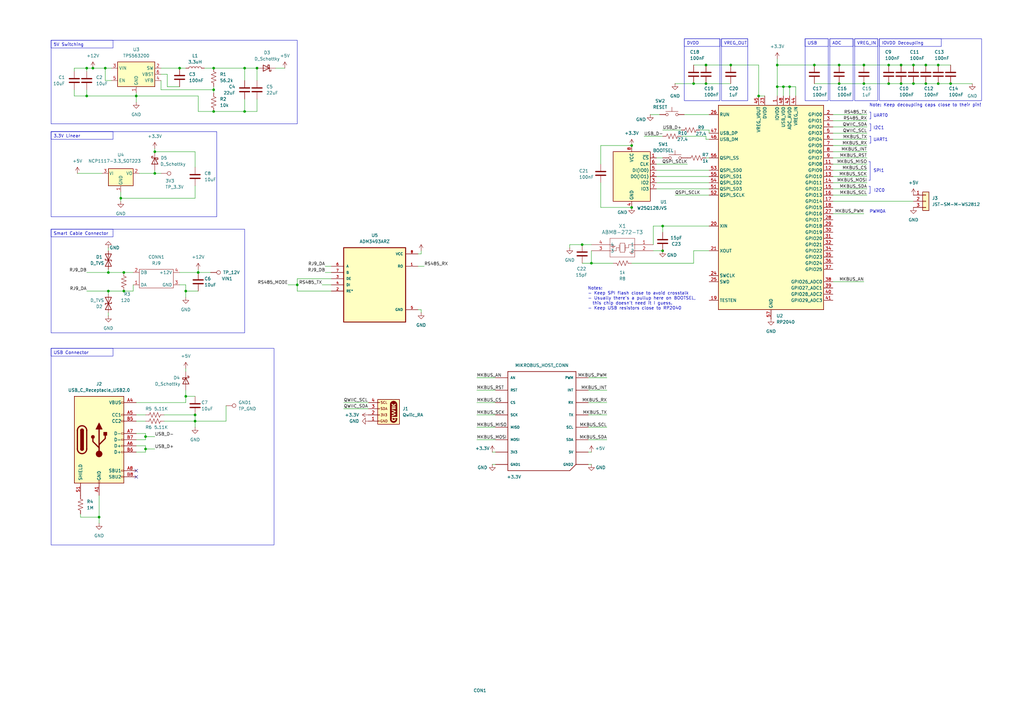
<source format=kicad_sch>
(kicad_sch (version 20231120) (generator "eeschema") (generator_version "8.0")
  (paper "A3")
  (junction (at 318.77 26.67))
  (junction (at 259.08 59.69))
  (junction (at 55.88 39.37))
  (junction (at 354.33 34.29))
  (junction (at 384.81 26.67))
  (junction (at 121.92 116.84))
  (junction (at 318.77 35.56))
  (junction (at 242.57 107.95))
  (junction (at 76.2 119.38))
  (junction (at 87.63 27.94))
  (junction (at 271.78 92.71))
  (junction (at 334.01 26.67))
  (junction (at 100.33 45.72))
  (junction (at 50.8 119.38))
  (junction (at 40.64 212.09))
  (junction (at 44.45 119.38))
  (junction (at 238.76 100.33))
  (junction (at 364.49 34.29))
  (junction (at 289.56 26.67))
  (junction (at 379.73 26.67))
  (junction (at 35.56 39.37))
  (junction (at 321.31 35.56))
  (junction (at 44.45 111.76))
  (junction (at 354.33 26.67))
  (junction (at 379.73 34.29))
  (junction (at 59.69 179.07))
  (junction (at 87.63 45.72))
  (junction (at 374.65 26.67))
  (junction (at 50.8 111.76))
  (junction (at 389.89 34.29))
  (junction (at 105.41 27.94))
  (junction (at 364.49 26.67))
  (junction (at 35.56 27.94))
  (junction (at 271.78 102.87))
  (junction (at 80.01 170.18))
  (junction (at 344.17 26.67))
  (junction (at 369.57 26.67))
  (junction (at 369.57 34.29))
  (junction (at 374.65 34.29))
  (junction (at 100.33 27.94))
  (junction (at 63.5 62.23))
  (junction (at 81.28 111.76))
  (junction (at 73.66 27.94))
  (junction (at 284.48 34.29))
  (junction (at 323.85 35.56))
  (junction (at 76.2 162.56))
  (junction (at 87.63 36.83))
  (junction (at 43.18 27.94))
  (junction (at 38.1 27.94))
  (junction (at 49.53 81.28))
  (junction (at 59.69 184.15))
  (junction (at 384.81 34.29))
  (junction (at 311.15 39.37))
  (junction (at 289.56 34.29))
  (junction (at 259.08 85.09))
  (junction (at 299.72 26.67))
  (junction (at 63.5 71.12))
  (junction (at 80.01 172.72))
  (junction (at 344.17 34.29))
  (no_connect (at 55.88 193.04))
  (no_connect (at 55.88 195.58))
  (polyline (pts (xy 356.362 66.294) (xy 356.87 66.294)))
  (wire (pts (xy 59.69 179.07) (xy 59.69 180.34)))
  (wire (pts (xy 318.77 24.13) (xy 318.77 26.67)))
  (wire (pts (xy 59.69 184.15) (xy 59.69 185.42)))
  (wire (pts (xy 246.38 85.09) (xy 259.08 85.09)))
  (wire (pts (xy 172.72 128.27) (xy 172.72 127)))
  (wire (pts (xy 87.63 36.83) (xy 66.04 36.83)))
  (wire (pts (xy 80.01 68.58) (xy 80.01 62.23)))
  (wire (pts (xy 321.31 35.56) (xy 318.77 35.56)))
  (wire (pts (xy 289.56 26.67) (xy 284.48 26.67)))
  (wire (pts (xy 44.45 110.49) (xy 44.45 111.76)))
  (wire (pts (xy 44.45 101.6) (xy 44.45 102.87)))
  (wire (pts (xy 49.53 81.28) (xy 80.01 81.28)))
  (wire (pts (xy 269.24 69.85) (xy 290.83 69.85)))
  (wire (pts (xy 118.11 116.84) (xy 121.92 116.84)))
  (wire (pts (xy 45.72 33.02) (xy 43.18 33.02)))
  (wire (pts (xy 57.15 71.12) (xy 63.5 71.12)))
  (wire (pts (xy 341.63 77.47) (xy 355.6 77.47)))
  (wire (pts (xy 55.88 177.8) (xy 59.69 177.8)))
  (wire (pts (xy 284.48 102.87) (xy 290.83 102.87)))
  (wire (pts (xy 290.83 92.71) (xy 271.78 92.71)))
  (wire (pts (xy 30.48 27.94) (xy 35.56 27.94)))
  (wire (pts (xy 341.63 74.93) (xy 355.6 74.93)))
  (wire (pts (xy 341.63 64.77) (xy 355.6 64.77)))
  (wire (pts (xy 364.49 34.29) (xy 369.57 34.29)))
  (wire (pts (xy 341.63 49.53) (xy 355.6 49.53)))
  (wire (pts (xy 271.78 92.71) (xy 267.97 92.71)))
  (wire (pts (xy 354.33 26.67) (xy 364.49 26.67)))
  (wire (pts (xy 133.35 109.22) (xy 135.89 109.22)))
  (wire (pts (xy 76.2 121.92) (xy 76.2 119.38)))
  (wire (pts (xy 241.3 165.1) (xy 248.92 165.1)))
  (wire (pts (xy 241.3 190.5) (xy 242.57 190.5)))
  (wire (pts (xy 326.39 39.37) (xy 326.39 35.56)))
  (polyline (pts (xy 356.616 58.674) (xy 357.124 58.674)))
  (wire (pts (xy 80.01 81.28) (xy 80.01 76.2)))
  (polyline (pts (xy 356.362 76.454) (xy 356.87 76.454)))
  (wire (pts (xy 264.16 55.88) (xy 271.78 55.88)))
  (wire (pts (xy 379.73 34.29) (xy 384.81 34.29)))
  (wire (pts (xy 195.58 175.26) (xy 203.2 175.26)))
  (wire (pts (xy 76.2 116.84) (xy 76.2 119.38)))
  (wire (pts (xy 344.17 34.29) (xy 354.33 34.29)))
  (wire (pts (xy 271.78 92.71) (xy 271.78 95.25)))
  (wire (pts (xy 76.2 151.13) (xy 76.2 152.4)))
  (wire (pts (xy 59.69 179.07) (xy 63.5 179.07)))
  (wire (pts (xy 341.63 72.39) (xy 355.6 72.39)))
  (wire (pts (xy 374.65 26.67) (xy 379.73 26.67)))
  (wire (pts (xy 44.45 119.38) (xy 50.8 119.38)))
  (wire (pts (xy 59.69 184.15) (xy 63.5 184.15)))
  (wire (pts (xy 76.2 160.02) (xy 76.2 162.56)))
  (wire (pts (xy 63.5 60.96) (xy 63.5 62.23)))
  (wire (pts (xy 81.28 45.72) (xy 87.63 45.72)))
  (polyline (pts (xy 356.87 66.294) (xy 356.87 73.914)))
  (wire (pts (xy 299.72 26.67) (xy 311.15 26.67)))
  (wire (pts (xy 33.02 212.09) (xy 40.64 212.09)))
  (wire (pts (xy 195.58 170.18) (xy 203.2 170.18)))
  (wire (pts (xy 195.58 165.1) (xy 203.2 165.1)))
  (wire (pts (xy 284.48 34.29) (xy 289.56 34.29)))
  (wire (pts (xy 66.04 27.94) (xy 73.66 27.94)))
  (wire (pts (xy 40.64 203.2) (xy 40.64 212.09)))
  (wire (pts (xy 171.45 109.22) (xy 173.99 109.22)))
  (wire (pts (xy 172.72 127) (xy 171.45 127)))
  (polyline (pts (xy 356.616 45.974) (xy 357.124 45.974)))
  (wire (pts (xy 67.31 172.72) (xy 80.01 172.72)))
  (polyline (pts (xy 356.616 48.768) (xy 357.124 48.768)))
  (wire (pts (xy 341.63 54.61) (xy 355.6 54.61)))
  (wire (pts (xy 87.63 35.56) (xy 87.63 36.83)))
  (wire (pts (xy 35.56 111.76) (xy 44.45 111.76)))
  (wire (pts (xy 87.63 27.94) (xy 100.33 27.94)))
  (polyline (pts (xy 356.616 55.88) (xy 357.124 55.88)))
  (wire (pts (xy 55.88 182.88) (xy 59.69 182.88)))
  (wire (pts (xy 49.53 78.74) (xy 49.53 81.28)))
  (wire (pts (xy 63.5 69.85) (xy 63.5 71.12)))
  (wire (pts (xy 246.38 59.69) (xy 246.38 67.31)))
  (wire (pts (xy 67.31 170.18) (xy 80.01 170.18)))
  (wire (pts (xy 63.5 71.12) (xy 66.04 71.12)))
  (wire (pts (xy 341.63 62.23) (xy 355.6 62.23)))
  (wire (pts (xy 80.01 172.72) (xy 80.01 175.26)))
  (wire (pts (xy 201.93 185.42) (xy 203.2 185.42)))
  (wire (pts (xy 311.15 39.37) (xy 311.15 26.67)))
  (wire (pts (xy 31.75 71.12) (xy 41.91 71.12)))
  (wire (pts (xy 233.68 100.33) (xy 238.76 100.33)))
  (wire (pts (xy 195.58 180.34) (xy 203.2 180.34)))
  (wire (pts (xy 73.66 116.84) (xy 76.2 116.84)))
  (wire (pts (xy 172.72 104.14) (xy 171.45 104.14)))
  (wire (pts (xy 66.04 30.48) (xy 68.58 30.48)))
  (wire (pts (xy 59.69 180.34) (xy 55.88 180.34)))
  (polyline (pts (xy 357.124 50.8) (xy 357.124 53.594)))
  (wire (pts (xy 43.18 33.02) (xy 43.18 27.94)))
  (wire (pts (xy 43.18 27.94) (xy 45.72 27.94)))
  (wire (pts (xy 271.78 53.34) (xy 279.4 53.34)))
  (wire (pts (xy 241.3 160.02) (xy 248.92 160.02)))
  (wire (pts (xy 341.63 80.01) (xy 355.6 80.01)))
  (wire (pts (xy 267.97 92.71) (xy 267.97 100.33)))
  (wire (pts (xy 35.56 39.37) (xy 55.88 39.37)))
  (wire (pts (xy 269.24 72.39) (xy 290.83 72.39)))
  (wire (pts (xy 81.28 110.49) (xy 81.28 111.76)))
  (wire (pts (xy 105.41 45.72) (xy 100.33 45.72)))
  (wire (pts (xy 76.2 27.94) (xy 73.66 27.94)))
  (wire (pts (xy 241.3 154.94) (xy 248.92 154.94)))
  (wire (pts (xy 284.48 107.95) (xy 284.48 102.87)))
  (wire (pts (xy 76.2 162.56) (xy 80.01 162.56)))
  (wire (pts (xy 55.88 41.91) (xy 55.88 39.37)))
  (wire (pts (xy 259.08 107.95) (xy 284.48 107.95)))
  (wire (pts (xy 289.56 55.88) (xy 279.4 55.88)))
  (wire (pts (xy 100.33 27.94) (xy 100.33 33.02)))
  (wire (pts (xy 341.63 52.07) (xy 355.6 52.07)))
  (wire (pts (xy 238.76 100.33) (xy 242.57 100.33)))
  (wire (pts (xy 241.3 185.42) (xy 242.57 185.42)))
  (wire (pts (xy 289.56 64.77) (xy 290.83 64.77)))
  (wire (pts (xy 341.63 46.99) (xy 355.6 46.99)))
  (wire (pts (xy 289.56 26.67) (xy 299.72 26.67)))
  (wire (pts (xy 44.45 111.76) (xy 50.8 111.76)))
  (wire (pts (xy 55.88 39.37) (xy 81.28 39.37)))
  (wire (pts (xy 30.48 27.94) (xy 30.48 29.21)))
  (wire (pts (xy 35.56 27.94) (xy 35.56 29.21)))
  (wire (pts (xy 290.83 57.15) (xy 289.56 57.15)))
  (wire (pts (xy 44.45 120.65) (xy 44.45 119.38)))
  (wire (pts (xy 140.97 165.1) (xy 151.13 165.1)))
  (wire (pts (xy 195.58 160.02) (xy 203.2 160.02)))
  (wire (pts (xy 133.35 111.76) (xy 135.89 111.76)))
  (wire (pts (xy 374.65 34.29) (xy 379.73 34.29)))
  (wire (pts (xy 334.01 34.29) (xy 344.17 34.29)))
  (wire (pts (xy 38.1 27.94) (xy 43.18 27.94)))
  (wire (pts (xy 369.57 26.67) (xy 374.65 26.67)))
  (wire (pts (xy 341.63 67.31) (xy 355.6 67.31)))
  (wire (pts (xy 389.89 34.29) (xy 398.78 34.29)))
  (wire (pts (xy 341.63 82.55) (xy 374.65 82.55)))
  (wire (pts (xy 318.77 26.67) (xy 334.01 26.67)))
  (polyline (pts (xy 356.616 53.594) (xy 357.124 53.594)))
  (wire (pts (xy 341.63 69.85) (xy 355.6 69.85)))
  (wire (pts (xy 195.58 154.94) (xy 203.2 154.94)))
  (wire (pts (xy 321.31 35.56) (xy 321.31 39.37)))
  (wire (pts (xy 341.63 115.57) (xy 354.33 115.57)))
  (polyline (pts (xy 357.124 55.88) (xy 357.124 58.674)))
  (wire (pts (xy 113.03 27.94) (xy 116.84 27.94)))
  (wire (pts (xy 269.24 67.31) (xy 281.94 67.31)))
  (wire (pts (xy 83.82 27.94) (xy 87.63 27.94)))
  (wire (pts (xy 121.92 116.84) (xy 121.92 119.38)))
  (wire (pts (xy 80.01 170.18) (xy 80.01 172.72)))
  (wire (pts (xy 135.89 114.3) (xy 121.92 114.3)))
  (polyline (pts (xy 356.87 76.454) (xy 356.87 79.248)))
  (wire (pts (xy 66.04 36.83) (xy 66.04 33.02)))
  (wire (pts (xy 280.67 46.99) (xy 290.83 46.99)))
  (wire (pts (xy 81.28 39.37) (xy 81.28 45.72)))
  (polyline (pts (xy 356.362 73.914) (xy 356.87 73.914)))
  (wire (pts (xy 92.71 166.37) (xy 92.71 172.72)))
  (wire (pts (xy 384.81 26.67) (xy 389.89 26.67)))
  (wire (pts (xy 59.69 182.88) (xy 59.69 184.15)))
  (wire (pts (xy 49.53 81.28) (xy 49.53 82.55)))
  (wire (pts (xy 55.88 165.1) (xy 76.2 165.1)))
  (wire (pts (xy 59.69 177.8) (xy 59.69 179.07)))
  (wire (pts (xy 59.69 185.42) (xy 55.88 185.42)))
  (wire (pts (xy 323.85 35.56) (xy 321.31 35.56)))
  (polyline (pts (xy 357.124 45.974) (xy 357.124 48.768)))
  (wire (pts (xy 290.83 54.61) (xy 290.83 53.34)))
  (wire (pts (xy 341.63 59.69) (xy 355.6 59.69)))
  (wire (pts (xy 132.08 116.84) (xy 135.89 116.84)))
  (wire (pts (xy 121.92 114.3) (xy 121.92 116.84)))
  (wire (pts (xy 44.45 129.54) (xy 44.45 128.27)))
  (wire (pts (xy 100.33 45.72) (xy 87.63 45.72)))
  (wire (pts (xy 201.93 190.5) (xy 203.2 190.5)))
  (wire (pts (xy 318.77 35.56) (xy 318.77 39.37)))
  (wire (pts (xy 354.33 34.29) (xy 364.49 34.29)))
  (wire (pts (xy 33.02 210.82) (xy 33.02 212.09)))
  (wire (pts (xy 364.49 26.67) (xy 369.57 26.67)))
  (wire (pts (xy 80.01 62.23) (xy 63.5 62.23)))
  (wire (pts (xy 55.88 38.1) (xy 55.88 39.37)))
  (wire (pts (xy 81.28 111.76) (xy 86.36 111.76)))
  (wire (pts (xy 242.57 107.95) (xy 251.46 107.95)))
  (wire (pts (xy 259.08 59.69) (xy 246.38 59.69)))
  (wire (pts (xy 379.73 26.67) (xy 384.81 26.67)))
  (polyline (pts (xy 356.616 50.8) (xy 357.124 50.8)))
  (wire (pts (xy 326.39 35.56) (xy 323.85 35.56)))
  (wire (pts (xy 140.97 167.64) (xy 151.13 167.64)))
  (wire (pts (xy 76.2 162.56) (xy 76.2 165.1)))
  (wire (pts (xy 242.57 102.87) (xy 242.57 107.95)))
  (wire (pts (xy 40.64 212.09) (xy 40.64 214.63)))
  (wire (pts (xy 30.48 39.37) (xy 35.56 39.37)))
  (wire (pts (xy 100.33 40.64) (xy 100.33 45.72)))
  (wire (pts (xy 266.7 46.99) (xy 270.51 46.99)))
  (wire (pts (xy 54.61 119.38) (xy 54.61 116.84)))
  (wire (pts (xy 341.63 87.63) (xy 354.33 87.63)))
  (wire (pts (xy 172.72 102.87) (xy 172.72 104.14)))
  (wire (pts (xy 68.58 30.48) (xy 68.58 35.56)))
  (wire (pts (xy 35.56 36.83) (xy 35.56 39.37)))
  (wire (pts (xy 276.86 34.29) (xy 284.48 34.29)))
  (wire (pts (xy 344.17 26.67) (xy 354.33 26.67)))
  (wire (pts (xy 30.48 36.83) (xy 30.48 39.37)))
  (wire (pts (xy 105.41 40.64) (xy 105.41 45.72)))
  (wire (pts (xy 289.56 34.29) (xy 299.72 34.29)))
  (wire (pts (xy 238.76 107.95) (xy 242.57 107.95)))
  (wire (pts (xy 384.81 34.29) (xy 389.89 34.29)))
  (wire (pts (xy 323.85 35.56) (xy 323.85 39.37)))
  (wire (pts (xy 92.71 172.72) (xy 80.01 172.72)))
  (wire (pts (xy 241.3 170.18) (xy 248.92 170.18)))
  (wire (pts (xy 269.24 74.93) (xy 290.83 74.93)))
  (wire (pts (xy 241.3 175.26) (xy 248.92 175.26)))
  (wire (pts (xy 50.8 111.76) (xy 54.61 111.76)))
  (wire (pts (xy 121.92 119.38) (xy 135.89 119.38)))
  (wire (pts (xy 105.41 27.94) (xy 105.41 33.02)))
  (wire (pts (xy 334.01 26.67) (xy 344.17 26.67)))
  (wire (pts (xy 276.86 80.01) (xy 290.83 80.01)))
  (wire (pts (xy 271.78 102.87) (xy 267.97 102.87)))
  (wire (pts (xy 68.58 35.56) (xy 73.66 35.56)))
  (wire (pts (xy 73.66 111.76) (xy 81.28 111.76)))
  (wire (pts (xy 55.88 172.72) (xy 59.69 172.72)))
  (wire (pts (xy 341.63 57.15) (xy 355.6 57.15)))
  (wire (pts (xy 241.3 180.34) (xy 248.92 180.34)))
  (wire (pts (xy 233.68 101.6) (xy 233.68 100.33)))
  (wire (pts (xy 81.28 119.38) (xy 76.2 119.38)))
  (wire (pts (xy 35.56 119.38) (xy 44.45 119.38)))
  (wire (pts (xy 35.56 27.94) (xy 38.1 27.94)))
  (wire (pts (xy 246.38 74.93) (xy 246.38 85.09)))
  (wire (pts (xy 269.24 64.77) (xy 271.78 64.77)))
  (wire (pts (xy 311.15 39.37) (xy 313.69 39.37)))
  (wire (pts (xy 55.88 170.18) (xy 59.69 170.18)))
  (wire (pts (xy 369.57 34.29) (xy 374.65 34.29)))
  (wire (pts (xy 100.33 27.94) (xy 105.41 27.94)))
  (wire (pts (xy 290.83 53.34) (xy 287.02 53.34)))
  (polyline (pts (xy 356.362 79.248) (xy 356.87 79.248)))
  (wire (pts (xy 289.56 57.15) (xy 289.56 55.88)))
  (wire (pts (xy 50.8 119.38) (xy 54.61 119.38)))
  (wire (pts (xy 318.77 26.67) (xy 318.77 35.56)))
  (wire (pts (xy 87.63 36.83) (xy 87.63 38.1)))
  (wire (pts (xy 269.24 77.47) (xy 290.83 77.47)))
  (rectangle (start 360.68 15.875) (end 402.59 41.275))
  (rectangle (start 20.955 93.98) (end 100.33 136.525))
  (rectangle (start 20.955 142.875) (end 112.395 223.52))
  (rectangle (start 280.67 15.875) (end 295.275 41.275))
  (rectangle (start 20.955 53.975) (end 88.9 88.9))
  (rectangle (start 350.52 15.875) (end 360.045 41.275))
  (rectangle (start 340.36 15.875) (end 349.885 41.275))
  (rectangle (start 295.91 15.875) (end 306.705 41.275))
  (rectangle (start 20.955 16.51) (end 121.92 50.8))
  (rectangle (start 330.2 15.875) (end 339.725 41.275))
  (text_box "5V Switching" (at 20.955 16.51 0) (size 25.4 3.175) (effects (font (size 1.27 1.27)) (justify left top)))
  (text_box "USB Connector" (at 20.955 142.875 0) (size 25.4 3.175) (effects (font (size 1.27 1.27)) (justify left top)))
  (text_box "3.3V Linear" (at 20.955 53.975 0) (size 25.4 3.175) (effects (font (size 1.27 1.27)) (justify left top)))
  (text_box "VREG_IN" (at 350.52 15.875 0) (size 9.525 3.175) (effects (font (size 1.27 1.27)) (justify left top)))
  (text_box "VREG_OUT" (at 295.91 15.875 0) (size 10.795 3.175) (effects (font (size 1.27 1.27)) (justify left top)))
  (text_box "IOVDD Decoupling" (at 360.68 15.875 0) (size 25.4 3.175) (effects (font (size 1.27 1.27)) (justify left top)))
  (text_box "USB" (at 330.2 15.875 0) (size 9.525 3.175) (effects (font (size 1.27 1.27)) (justify left top)))
  (text_box "Smart Cable Connector" (at 20.955 93.98 0) (size 25.4 3.175) (effects (font (size 1.27 1.27)) (justify left top)))
  (text_box "ADC" (at 340.36 15.875 0) (size 9.525 3.175) (effects (font (size 1.27 1.27)) (justify left top)))
  (text_box "DVDD" (at 280.67 15.875 0) (size 14.605 3.175) (effects (font (size 1.27 1.27)) (justify left top)))
  (text "I2C0" (at 360.68 78.232 0) (effects (font (size 1.27 1.27))))
  (text "I2C1" (at 360.426 52.578 0) (effects (font (size 1.27 1.27))))
  (text "SPI1" (at 360.426 70.104 0) (effects (font (size 1.27 1.27))))
  (text "Note: Keep decoupling caps close to their pin!" (at 379.476 43.18 0) (effects (font (size 1.27 1.27))))
  (text "PWM0A" (at 359.918 86.868 0) (effects (font (size 1.27 1.27))))
  (text "UART0" (at 361.188 47.498 0) (effects (font (size 1.27 1.27))))
  (text "Notes: \n- Keep SPI flash close to avoid crosstalk\n- Usually there's a pullup here on BOOTSEL,\n  this chip doesn't need it I guess.\n- Keep USB resistors close to RP2040" (at 241.046 122.428 0) (effects (font (size 1.27 1.27)) (justify left)))
  (text "UART1" (at 361.188 57.404 0) (effects (font (size 1.27 1.27))))
  (label "MKBUS_TX" (at 355.6 57.15 180))
  (label "USB_D-" (at 264.16 55.88 0))
  (label "RJ9_DA" (at 133.35 109.22 180))
  (label "MKBUS_SDA" (at 248.92 180.34 180))
  (label "RJ9_DB" (at 133.35 111.76 180))
  (label "MKBUS_RX" (at 355.6 59.69 180))
  (label "MKBUS_RST" (at 355.6 64.77 180))
  (label "QSPI_SCLK" (at 276.86 80.01 0))
  (label "RJ9_DB" (at 35.56 111.76 180))
  (label "MKBUS_MISO" (at 195.58 175.26 0))
  (label "MKBUS_RST" (at 195.58 160.02 0))
  (label "MKBUS_SCL" (at 248.92 175.26 180))
  (label "RJ9_DA" (at 35.56 119.38 180))
  (label "QWIIC_SCL" (at 355.6 54.61 180))
  (label "MKBUS_MOSI" (at 355.6 74.93 180))
  (label "USB_D+" (at 63.5 184.15 0))
  (label "MKBUS_SCL" (at 355.6 80.01 180))
  (label "RS485_TX" (at 132.08 116.84 180))
  (label "MKBUS_AN" (at 354.33 115.57 180))
  (label "USB_D-" (at 63.5 179.07 0))
  (label "RS485_TX" (at 355.6 46.99 180))
  (label "RS485_MODE" (at 118.11 116.84 180))
  (label "QWIIC_SDA" (at 140.97 167.64 0))
  (label "MKBUS_MISO" (at 355.6 67.31 180))
  (label "MKBUS_CS" (at 355.6 69.85 180))
  (label "RS485_RX" (at 355.6 49.53 180))
  (label "MKBUS_PWM" (at 248.92 154.94 180))
  (label "MKBUS_MOSI" (at 195.58 180.34 0))
  (label "MKBUS_SDA" (at 355.6 77.47 180))
  (label "QWIIC_SCL" (at 140.97 165.1 0))
  (label "RS485_RX" (at 173.99 109.22 0))
  (label "MKBUS_INT" (at 355.6 62.23 180))
  (label "MKBUS_RX" (at 248.92 165.1 180))
  (label "MKBUS_PWM" (at 354.33 87.63 180))
  (label "MKBUS_SCK" (at 355.6 72.39 180))
  (label "MKBUS_SCK" (at 195.58 170.18 0))
  (label "QWIIC_SDA" (at 355.6 52.07 180))
  (label "MKBUS_CS" (at 195.58 165.1 0))
  (label "QSPI_SCLK" (at 281.94 67.31 180))
  (label "MKBUS_INT" (at 248.92 160.02 180))
  (label "MKBUS_TX" (at 248.92 170.18 180))
  (label "USB_D+" (at 271.78 53.34 0))
  (label "MKBUS_AN" (at 195.58 154.94 0))
  (symbol (lib_name "+3.3V_2") (lib_id "power:+3.3V") (at 259.08 59.69 0) (unit 1)
    (property "Reference" "#PWR019" (effects (hide yes)))
    (property "Value" "+3.3V" (at 259.08 54.61 0))
    (property "Description" "Power symbol creates a global label with name \"+3.3V\"" (effects (hide yes)))
  )
  (symbol (lib_id "Device:D_Schottky") (at 63.5 66.04 90) (mirror x) (unit 1)
    (property "Reference" "D5" (at 68.58 64.77 90) (effects (justify left)))
    (property "Value" "D_Schottky" (at 76.2 67.31 90) (effects (justify left)))
    (property "Footprint" "Diode_SMD:D_SOD-323_HandSoldering" (effects (hide yes)))
  )
  (symbol (lib_id "Device:C") (at 73.66 31.75 0) (unit 1)
    (property "Reference" "C3" (at 77.47 30.4799 0) (effects (justify left)))
    (property "Value" "100nF" (at 77.47 33.0199 0) (effects (justify left)))
    (property "Footprint" "Capacitor_SMD:C_0603_1608Metric" (effects (hide yes)))
    (property "Description" "Unpolarized capacitor" (effects (hide yes)))
  )
  (symbol (lib_id "Connector:TestPoint") (at 86.36 111.76 270) (unit 1)
    (property "Reference" "VIN1" (at 90.9321 114.3 90) (effects (justify left)))
    (property "Value" "TP_12V" (at 91.44 111.76 90) (effects (justify left)))
    (property "Footprint" "TestPoint:TestPoint_Pad_D1.5mm" (effects (hide yes)))
  )
  (symbol (lib_id "power:GND") (at 259.08 85.09 0) (unit 1)
    (property "Reference" "#PWR018" (effects (hide yes)))
    (property "Value" "GND" (at 255.27 87.122 0))
    (property "Description" "Power symbol creates a global label with name \"GND\" , ground" (effects (hide yes)))
  )
  (symbol (lib_id "Device:C") (at 369.57 30.48 0) (unit 1)
    (property "Reference" "C10" (at 368.808 36.322 0) (effects (justify left)))
    (property "Value" "100nF" (at 368.808 38.862 0) (effects (justify left)))
    (property "Footprint" "Capacitor_SMD:C_0603_1608Metric" (effects (hide yes)))
    (property "Description" "Unpolarized capacitor" (effects (hide yes)))
  )
  (symbol (lib_name "+3.3V_3") (lib_id "power:+3.3V") (at 201.93 185.42 0) (unit 1)
    (property "Reference" "#PWR023" (effects (hide yes)))
    (property "Value" "+3.3V" (at 197.866 183.896 0))
    (property "Description" "Power symbol creates a global label with name \"+3.3V\"" (effects (hide yes)))
  )
  (symbol (lib_id "power:GND") (at 276.86 34.29 0) (unit 1)
    (property "Reference" "#PWR016" (effects (hide yes)))
    (property "Value" "GND" (at 276.86 39.37 0))
    (property "Description" "Power symbol creates a global label with name \"GND\" , ground" (effects (hide yes)))
  )
  (symbol (lib_id "Device:C") (at 81.28 115.57 0) (unit 1)
    (property "Reference" "C6" (at 83.82 114.3 0) (effects (justify left)))
    (property "Value" "10uF" (at 83.82 116.84 0) (effects (justify left)))
    (property "Footprint" "Capacitor_SMD:C_0603_1608Metric" (effects (hide yes)))
  )
  (symbol (lib_id "Device:C") (at 105.41 36.83 0) (unit 1)
    (property "Reference" "C5" (at 109.22 35.5599 0) (effects (justify left)))
    (property "Value" "22uF" (at 109.22 38.0999 0) (effects (justify left)))
    (property "Footprint" "Capacitor_SMD:C_0603_1608Metric" (effects (hide yes)))
    (property "Description" "Unpolarized capacitor" (effects (hide yes)))
  )
  (symbol (lib_id "Device:C") (at 354.33 30.48 0) (unit 1)
    (property "Reference" "C15" (at 353.568 36.322 0) (effects (justify left)))
    (property "Value" "1uF" (at 353.568 38.862 0) (effects (justify left)))
    (property "Footprint" "Capacitor_SMD:C_0603_1608Metric" (effects (hide yes)))
    (property "Description" "Unpolarized capacitor" (effects (hide yes)))
  )
  (symbol (lib_id "power:GND") (at 316.23 130.81 0) (unit 1)
    (property "Reference" "#PWR017" (effects (hide yes)))
    (property "Value" "GND" (at 316.23 135.89 0))
    (property "Description" "Power symbol creates a global label with name \"GND\" , ground" (effects (hide yes)))
  )
  (symbol (lib_id "Device:C") (at 238.76 104.14 0) (mirror y) (unit 1)
    (property "Reference" "C22" (at 238.506 110.236 0))
    (property "Value" "15pF" (at 238.506 112.776 0))
    (property "Footprint" "Capacitor_SMD:C_0603_1608Metric" (effects (hide yes)))
    (property "Description" "Unpolarized capacitor" (effects (hide yes)))
  )
  (symbol (lib_id "Switch:SW_Push") (at 276.86 64.77 0) (unit 1)
    (property "Reference" "SW1" (at 272.034 59.182 0))
    (property "Value" "BOOTSEL" (at 272.034 61.722 0))
    (property "Footprint" "Button_Switch_THT:SW_PUSH_6mm_H13mm" (effects (hide yes)))
    (property "Description" "Push button switch, generic, two pins" (effects (hide yes)))
  )
  (symbol (lib_id "Device:C") (at 334.01 30.48 0) (unit 1)
    (property "Reference" "C17" (at 333.248 36.322 0) (effects (justify left)))
    (property "Value" "100nF" (at 333.248 38.862 0) (effects (justify left)))
    (property "Footprint" "Capacitor_SMD:C_0603_1608Metric" (effects (hide yes)))
    (property "Description" "Unpolarized capacitor" (effects (hide yes)))
  )
  (symbol (lib_id "power:+5V") (at 116.84 27.94 0) (unit 1)
    (property "Reference" "#PWR03" (effects (hide yes)))
    (property "Value" "+5V" (at 116.84 22.86 0))
    (property "Description" "Power symbol creates a global label with name \"+5V\"" (effects (hide yes)))
  )
  (symbol (lib_id "Device:C") (at 299.72 30.48 0) (unit 1)
    (property "Reference" "C20" (at 298.958 36.322 0) (effects (justify left)))
    (property "Value" "1uF" (at 298.958 38.862 0) (effects (justify left)))
    (property "Footprint" "Capacitor_SMD:C_0603_1608Metric" (effects (hide yes)))
    (property "Description" "Unpolarized capacitor" (effects (hide yes)))
  )
  (symbol (lib_id "power:+5V") (at 242.57 185.42 0) (unit 1)
    (property "Reference" "#PWR026" (effects (hide yes)))
    (property "Value" "+5V" (at 246.126 183.896 0))
    (property "Description" "Power symbol creates a global label with name \"+5V\"" (effects (hide yes)))
  )
  (symbol (lib_id "power:GND") (at 49.53 82.55 0) (unit 1)
    (property "Reference" "#PWR013" (effects (hide yes)))
    (property "Value" "GND" (at 49.53 87.63 0))
    (property "Description" "Power symbol creates a global label with name \"GND\" , ground" (effects (hide yes)))
  )
  (symbol (lib_id "Device:C") (at 364.49 30.48 0) (unit 1)
    (property "Reference" "C9" (at 362.966 21.336 0) (effects (justify left)))
    (property "Value" "100nF" (at 362.966 23.876 0) (effects (justify left)))
    (property "Footprint" "Capacitor_SMD:C_0603_1608Metric" (effects (hide yes)))
    (property "Description" "Unpolarized capacitor" (effects (hide yes)))
  )
  (symbol (lib_id "Device:C") (at 384.81 30.48 0) (unit 1)
    (property "Reference" "C13" (at 383.286 21.336 0) (effects (justify left)))
    (property "Value" "100nF" (at 383.286 23.876 0) (effects (justify left)))
    (property "Footprint" "Capacitor_SMD:C_0603_1608Metric" (effects (hide yes)))
    (property "Description" "Unpolarized capacitor" (effects (hide yes)))
  )
  (symbol (lib_id "MCU_RaspberryPi:RP2040") (at 316.23 85.09 0) (unit 1)
    (property "Reference" "U2" (at 318.4241 129.54 0) (effects (justify left)))
    (property "Value" "RP2040" (at 318.4241 132.08 0) (effects (justify left)))
    (property "Footprint" "Package_DFN_QFN:QFN-56-1EP_7x7mm_P0.4mm_EP3.2x3.2mm" (effects (hide yes)))
    (property "Datasheet" "https://datasheets.raspberrypi.com/rp2040/rp2040-datasheet.pdf" (effects (hide yes)))
    (property "Description" "A microcontroller by Raspberry Pi" (effects (hide yes)))
  )
  (symbol (lib_id "Device:D_TVS") (at 44.45 106.68 90) (unit 1)
    (property "Reference" "D1" (at 39.37 105.41 90) (effects (justify right)))
    (property "Value" "D_TVS" (at 36.9756 107.95 90) (effects (justify right)))
    (property "Footprint" "Diode_SMD:D_SMA_Handsoldering" (effects (hide yes)))
  )
  (symbol (lib_id "Device:C") (at 344.17 30.48 0) (unit 1)
    (property "Reference" "C16" (at 343.408 36.322 0) (effects (justify left)))
    (property "Value" "100nF" (at 343.408 38.862 0) (effects (justify left)))
    (property "Footprint" "Capacitor_SMD:C_0603_1608Metric" (effects (hide yes)))
    (property "Description" "Unpolarized capacitor" (effects (hide yes)))
  )
  (symbol (lib_id "Regulator_Switching:TPS563200") (at 55.88 30.48 0) (unit 1)
    (property "Reference" "U3" (at 55.88 20.32 0))
    (property "Value" "TPS563200" (at 55.88 22.86 0))
    (property "Footprint" "Package_TO_SOT_SMD:SOT-23-6" (effects (hide yes)))
    (property "Datasheet" "http://www.ti.com/lit/ds/symlink/tps563200.pdf" (effects (hide yes)))
    (property "Description" "3A Synchronous Step-Down Voltage Regulator, Adjustable Output Voltage, 4.5-17V Input Voltage, SOT-23-6" (effects (hide yes)))
  )
  (symbol (lib_id "Device:R_US") (at 63.5 170.18 90) (unit 1)
    (property "Reference" "R5" (at 60.96 167.64 90))
    (property "Value" "5.11K" (at 66.04 167.64 90))
    (property "Footprint" "Resistor_SMD:R_0603_1608Metric" (effects (hide yes)))
  )
  (symbol (lib_id "Device:C") (at 389.89 30.48 0) (unit 1)
    (property "Reference" "C14" (at 389.128 36.322 0) (effects (justify left)))
    (property "Value" "100nF" (at 389.128 38.862 0) (effects (justify left)))
    (property "Footprint" "Capacitor_SMD:C_0603_1608Metric" (effects (hide yes)))
    (property "Description" "Unpolarized capacitor" (effects (hide yes)))
  )
  (symbol (lib_id "power:GND") (at 398.78 34.29 0) (unit 1)
    (property "Reference" "#PWR014" (effects (hide yes)))
    (property "Value" "GND" (at 398.78 39.37 0))
    (property "Description" "Power symbol creates a global label with name \"GND\" , ground" (effects (hide yes)))
  )
  (symbol (lib_id "power:GND") (at 80.01 175.26 0) (unit 1)
    (property "Reference" "#PWR010" (effects (hide yes)))
    (property "Value" "GND" (at 80.01 180.34 0))
  )
  (symbol (lib_id "Device:C") (at 80.01 72.39 0) (unit 1)
    (property "Reference" "C8" (at 83.82 71.1199 0) (effects (justify left)))
    (property "Value" "10uF" (at 83.82 73.6599 0) (effects (justify left)))
    (property "Footprint" "Capacitor_SMD:C_0603_1608Metric" (effects (hide yes)))
    (property "Description" "Unpolarized capacitor" (effects (hide yes)))
  )
  (symbol (lib_id "power:GND") (at 44.45 129.54 0) (unit 1)
    (property "Reference" "#PWR07" (effects (hide yes)))
    (property "Value" "GND" (at 44.45 134.62 0))
  )
  (symbol (lib_id "Device:C") (at 100.33 36.83 0) (mirror y) (unit 1)
    (property "Reference" "C4" (at 96.52 35.5599 0) (effects (justify left)))
    (property "Value" "22uF" (at 96.52 38.0999 0) (effects (justify left)))
    (property "Footprint" "Capacitor_SMD:C_0603_1608Metric" (effects (hide yes)))
    (property "Description" "Unpolarized capacitor" (effects (hide yes)))
  )
  (symbol (lib_id "Device:C") (at 246.38 71.12 0) (unit 1)
    (property "Reference" "C21" (at 237.49 70.104 0) (effects (justify left)))
    (property "Value" "100nF" (at 237.49 72.644 0) (effects (justify left)))
    (property "Footprint" "Capacitor_SMD:C_0603_1608Metric" (effects (hide yes)))
    (property "Description" "Unpolarized capacitor" (effects (hide yes)))
  )
  (symbol (lib_id "Device:R_US") (at 33.02 207.01 0) (unit 1)
    (property "Reference" "R4" (at 35.56 205.7399 0) (effects (justify left)))
    (property "Value" "1M" (at 35.56 208.2799 0) (effects (justify left)))
    (property "Footprint" "Resistor_SMD:R_0603_1608Metric" (effects (hide yes)))
  )
  (symbol (lib_id "power:GND") (at 266.7 46.99 0) (unit 1)
    (property "Reference" "#PWR022" (effects (hide yes)))
    (property "Value" "GND" (at 262.89 49.022 0))
    (property "Description" "Power symbol creates a global label with name \"GND\" , ground" (effects (hide yes)))
  )
  (symbol (lib_id "power:GND") (at 151.13 172.72 270) (unit 1)
    (property "Reference" "#PWR030" (effects (hide yes)))
    (property "Value" "GND" (at 147.32 172.7199 90) (effects (justify right)))
    (property "Description" "Power symbol creates a global label with name \"GND\" , ground" (effects (hide yes)))
  )
  (symbol (lib_id "Connector:TestPoint") (at 66.04 71.12 270) (unit 1)
    (property "Reference" "3V3" (at 67.818 74.168 90) (effects (justify left)))
    (property "Value" "TP_3.3V" (at 67.818 76.708 90) (effects (justify left)))
    (property "Footprint" "TestPoint:TestPoint_Pad_D1.5mm" (effects (hide yes)))
  )
  (symbol (lib_id "Device:R_US") (at 87.63 41.91 0) (unit 1)
    (property "Reference" "R2" (at 90.17 40.6399 0) (effects (justify left)))
    (property "Value" "10k" (at 90.17 43.1799 0) (effects (justify left)))
    (property "Footprint" "Resistor_SMD:R_0603_1608Metric" (effects (hide yes)))
    (property "Description" "Resistor, US symbol" (effects (hide yes)))
  )
  (symbol (lib_id "Connector_Generic:Conn_01x03") (at 379.73 82.55 0) (unit 1)
    (property "Reference" "J3" (at 382.27 81.2799 0) (effects (justify left)))
    (property "Value" "JST-SM-M-WS2812" (at 382.27 83.8199 0) (effects (justify left)))
    (property "Footprint" "Connector_PinHeader_2.54mm:PinHeader_1x03_P2.54mm_Vertical" (effects (hide yes)))
    (property "Description" "Generic connector, single row, 01x03, script generated (kicad-library-utils/schlib/autogen/connector/)" (effects (hide yes)))
  )
  (symbol (lib_id "Device:C") (at 374.65 30.48 0) (unit 1)
    (property "Reference" "C11" (at 373.126 21.336 0) (effects (justify left)))
    (property "Value" "100nF" (at 373.126 23.876 0) (effects (justify left)))
    (property "Footprint" "Capacitor_SMD:C_0603_1608Metric" (effects (hide yes)))
    (property "Description" "Unpolarized capacitor" (effects (hide yes)))
  )
  (symbol (lib_id "Device:D_Schottky") (at 76.2 156.21 270) (unit 1)
    (property "Reference" "D4" (at 71.12 154.94 90) (effects (justify left)))
    (property "Value" "D_Schottky" (at 63.5 157.48 90) (effects (justify left)))
    (property "Footprint" "Diode_SMD:D_SOD-323_HandSoldering" (effects (hide yes)))
  )
  (symbol (lib_id "Connector:USB_C_Receptacle_USB2.0") (at 40.64 180.34 0) (unit 1)
    (property "Reference" "J2" (at 40.64 157.48 0))
    (property "Value" "USB_C_Receptacle_USB2.0" (at 40.64 160.02 0))
    (property "Footprint" "Connector_USB:USB_C_Receptacle_GCT_USB4085" (effects (hide yes)))
    (property "Datasheet" "https://www.usb.org/sites/default/files/documents/usb_type-c.zip" (effects (hide yes)))
  )
  (symbol (lib_id "Device:C") (at 80.01 166.37 0) (unit 1)
    (property "Reference" "C7" (at 82.55 165.1 0) (effects (justify left)))
    (property "Value" "10uF" (at 82.55 167.64 0) (effects (justify left)))
    (property "Footprint" "Capacitor_SMD:C_0603_1608Metric" (effects (hide yes)))
  )
  (symbol (lib_id "power:+12V") (at 81.28 110.49 0) (unit 1)
    (property "Reference" "#PWR04" (effects (hide yes)))
    (property "Value" "+12V" (at 81.28 105.41 0))
    (property "Description" "Power symbol creates a global label with name \"+12V\"" (effects (hide yes)))
  )
  (symbol (lib_id "power:GND") (at 76.2 121.92 0) (unit 1)
    (property "Reference" "#PWR09" (effects (hide yes)))
    (property "Value" "GND" (at 76.2 127 0))
  )
  (symbol (lib_id "2024-08-11_22-55-58:ABM8-272-T3") (at 267.97 100.33 0) (mirror y) (unit 1)
    (property "Reference" "X1" (at 255.27 92.71 0) (effects (font (size 1.524 1.524))))
    (property "Value" "ABM8-272-T3" (at 255.27 95.25 0) (effects (font (size 1.524 1.524))))
    (property "Footprint" "pcb:ABM8-272-T3_ABR" (effects (hide yes)))
    (property "Datasheet" "ABM8-272-T3" (effects (hide yes)))
  )
  (symbol (lib_id "Device:C") (at 35.56 33.02 0) (unit 1)
    (property "Reference" "C2" (at 39.37 31.7499 0) (effects (justify left)))
    (property "Value" "10uF" (at 39.37 34.2899 0) (effects (justify left)))
    (property "Footprint" "Capacitor_SMD:C_0603_1608Metric" (effects (hide yes)))
    (property "Description" "Unpolarized capacitor" (effects (hide yes)))
  )
  (symbol (lib_id "Device:R_US") (at 255.27 107.95 270) (mirror x) (unit 1)
    (property "Reference" "R8" (at 255.27 114.3 90))
    (property "Value" "1k" (at 255.27 111.76 90))
    (property "Footprint" "Resistor_SMD:R_0603_1608Metric" (effects (hide yes)))
    (property "Description" "Resistor, US symbol" (effects (hide yes)))
  )
  (symbol (lib_id "Switch:SW_Push") (at 275.59 46.99 0) (unit 1)
    (property "Reference" "SW2" (at 270.764 41.402 0))
    (property "Value" "RESET" (at 270.764 43.942 0))
    (property "Footprint" "Button_Switch_THT:SW_PUSH_6mm_H13mm" (effects (hide yes)))
    (property "Description" "Push button switch, generic, two pins" (effects (hide yes)))
  )
  (symbol (lib_id "power:GND") (at 233.68 101.6 0) (unit 1)
    (property "Reference" "#PWR021" (effects (hide yes)))
    (property "Value" "GND" (at 233.68 106.68 0))
    (property "Description" "Power symbol creates a global label with name \"GND\" , ground" (effects (hide yes)))
  )
  (symbol (lib_id "power:+5V") (at 76.2 151.13 0) (unit 1)
    (property "Reference" "#PWR05" (effects (hide yes)))
    (property "Value" "+5V" (at 76.2 146.05 0))
    (property "Description" "Power symbol creates a global label with name \"+5V\"" (effects (hide yes)))
  )
  (symbol (lib_id "Device:R_US") (at 285.75 64.77 90) (unit 1)
    (property "Reference" "R7" (at 289.306 63.5 90))
    (property "Value" "1k" (at 289.306 66.04 90))
    (property "Footprint" "Resistor_SMD:R_0603_1608Metric" (effects (hide yes)))
    (property "Description" "Resistor, US symbol" (effects (hide yes)))
  )
  (symbol (lib_id "Device:C") (at 271.78 99.06 0) (unit 1)
    (property "Reference" "C23" (at 277.368 100.076 0))
    (property "Value" "15pF" (at 277.368 97.536 0))
    (property "Footprint" "Capacitor_SMD:C_0603_1608Metric" (effects (hide yes)))
    (property "Description" "Unpolarized capacitor" (effects (hide yes)))
  )
  (symbol (lib_id "Device:R_US") (at 63.5 172.72 90) (unit 1)
    (property "Reference" "R6" (at 60.96 175.26 90))
    (property "Value" "5.11K" (at 66.04 175.26 90))
    (property "Footprint" "Resistor_SMD:R_0603_1608Metric" (effects (hide yes)))
  )
  (symbol (lib_id "RJ9:RJ9") (at 63.5 114.3 0) (mirror x) (unit 1)
    (property "Reference" "CONN1" (at 64.135 105.41 0))
    (property "Value" "RJ9" (at 64.135 107.95 0))
    (property "Footprint" "pcb:RJ9_Jack" (effects (hide yes)))
  )
  (symbol (lib_id "Connector:TestPoint") (at 92.71 166.37 270) (unit 1)
    (property "Reference" "GND1" (at 97.79 165.0999 90) (effects (justify left)))
    (property "Value" "TP_GND" (at 97.79 167.6399 90) (effects (justify left)))
    (property "Footprint" "TestPoint:TestPoint_Pad_D1.5mm" (effects (hide yes)))
  )
  (symbol (lib_id "Device:R_US") (at 87.63 31.75 0) (unit 1)
    (property "Reference" "R1" (at 90.17 30.4799 0) (effects (justify left)))
    (property "Value" "56.2k" (at 90.17 33.0199 0) (effects (justify left)))
    (property "Footprint" "Resistor_SMD:R_0603_1608Metric" (effects (hide yes)))
    (property "Description" "Resistor, US symbol" (effects (hide yes)))
  )
  (symbol (lib_id "Regulator_Linear:NCP1117-3.3_SOT223") (at 49.53 71.12 0) (unit 1)
    (property "Reference" "U4" (at 49.53 63.5 0))
    (property "Value" "NCP1117-3.3_SOT223" (at 46.99 66.04 0))
    (property "Footprint" "Package_TO_SOT_SMD:SOT-223-3_TabPin2" (effects (hide yes)))
    (property "Datasheet" "http://www.onsemi.com/pub_link/Collateral/NCP1117-D.PDF" (effects (hide yes)))
  )
  (symbol (lib_id "power:+12V") (at 38.1 27.94 0) (unit 1)
    (property "Reference" "#PWR01" (effects (hide yes)))
    (property "Value" "+12V" (at 38.1 22.86 0))
    (property "Description" "Power symbol creates a global label with name \"+12V\"" (effects (hide yes)))
  )
  (symbol (lib_id "mikroBUS:MIKROBUS_HOST_CONN") (at 208.28 193.04 0) (unit 1)
    (property "Reference" "CON1" (at 196.85 283.21 0))
    (property "Value" "MIKROBUS_HOST_CONN" (at 222.25 149.86 0))
    (property "Footprint" "mikroBUS:MIKROBUS_HOST_CONN" (effects (hide yes)))
    (property "Description" "MikroClick connector" (effects (hide yes)))
  )
  (symbol (lib_id "power:GND") (at 40.64 214.63 0) (unit 1)
    (property "Reference" "#PWR08" (effects (hide yes)))
    (property "Value" "GND" (at 40.64 219.71 0))
  )
  (symbol (lib_id "power:GND") (at 242.57 190.5 0) (unit 1)
    (property "Reference" "#PWR025" (effects (hide yes)))
    (property "Value" "GND" (at 246.38 191.77 0))
    (property "Description" "Power symbol creates a global label with name \"GND\" , ground" (effects (hide yes)))
  )
  (symbol (lib_name "+3.3V_4") (lib_id "power:+3.3V") (at 151.13 170.18 90) (unit 1)
    (property "Reference" "#PWR029" (effects (hide yes)))
    (property "Value" "+3.3V" (at 147.32 170.1799 90) (effects (justify left)))
    (property "Description" "Power symbol creates a global label with name \"+3.3V\"" (effects (hide yes)))
  )
  (symbol (lib_id "power:GND") (at 55.88 41.91 0) (unit 1)
    (property "Reference" "#PWR02" (effects (hide yes)))
    (property "Value" "GND" (at 55.88 46.99 0))
    (property "Description" "Power symbol creates a global label with name \"GND\" , ground" (effects (hide yes)))
  )
  (symbol (lib_id "power:GND") (at 271.78 102.87 0) (unit 1)
    (property "Reference" "#PWR020" (effects (hide yes)))
    (property "Value" "GND" (at 275.59 104.648 0))
    (property "Description" "Power symbol creates a global label with name \"GND\" , ground" (effects (hide yes)))
  )
  (symbol (lib_id "power:GND") (at 374.65 85.09 0) (unit 1)
    (property "Reference" "#PWR031" (effects (hide yes)))
    (property "Value" "GND" (at 374.65 90.17 0))
    (property "Description" "Power symbol creates a global label with name \"GND\" , ground" (effects (hide yes)))
  )
  (symbol (lib_id "power:+3.3V") (at 172.72 102.87 0) (unit 1)
    (property "Reference" "#PWR027" (effects (hide yes)))
    (property "Value" "+3.3V" (at 210.82 195.58 0))
  )
  (symbol (lib_id "power:+5V") (at 31.75 71.12 0) (unit 1)
    (property "Reference" "#PWR012" (effects (hide yes)))
    (property "Value" "+5V" (at 31.75 66.04 0))
    (property "Description" "Power symbol creates a global label with name \"+5V\"" (effects (hide yes)))
  )
  (symbol (lib_id "RS485_Transceiver:ADM3493ARZ") (at 153.67 116.84 0) (unit 1)
    (property "Reference" "U5" (at 153.67 96.52 0))
    (property "Value" "ADM3493ARZ" (at 153.67 99.06 0))
    (property "Footprint" "pcb:SOIC127P600X175-8N" (effects (hide yes)))
  )
  (symbol (lib_id "Device:C") (at 30.48 33.02 0) (mirror y) (unit 1)
    (property "Reference" "C1" (at 26.67 31.7499 0) (effects (justify left)))
    (property "Value" "10uF" (at 26.67 34.2899 0) (effects (justify left)))
    (property "Footprint" "Capacitor_SMD:C_0603_1608Metric" (effects (hide yes)))
    (property "Description" "Unpolarized capacitor" (effects (hide yes)))
  )
  (symbol (lib_id "Device:D_Schottky") (at 109.22 27.94 180) (unit 1)
    (property "Reference" "D3" (at 109.5375 21.59 0))
    (property "Value" "D_Schottky" (at 109.5375 24.13 0))
    (property "Footprint" "Diode_SMD:D_SOD-323_HandSoldering" (effects (hide yes)))
  )
  (symbol (lib_id "power:GND") (at 201.93 190.5 0) (unit 1)
    (property "Reference" "#PWR024" (effects (hide yes)))
    (property "Value" "GND" (at 197.866 191.77 0))
    (property "Description" "Power symbol creates a global label with name \"GND\" , ground" (effects (hide yes)))
  )
  (symbol (lib_id "power:GND") (at 44.45 101.6 180) (unit 1)
    (property "Reference" "#PWR06" (effects (hide yes)))
    (property "Value" "GND" (at 46.99 101.6 0))
  )
  (symbol (lib_id "Device:C") (at 284.48 30.48 0) (unit 1)
    (property "Reference" "C18" (at 282.956 21.336 0) (effects (justify left)))
    (property "Value" "100nF" (at 282.956 23.876 0) (effects (justify left)))
    (property "Footprint" "Capacitor_SMD:C_0603_1608Metric" (effects (hide yes)))
    (property "Description" "Unpolarized capacitor" (effects (hide yes)))
  )
  (symbol (lib_id "Device:R_US") (at 50.8 115.57 0) (unit 1)
    (property "Reference" "R3" (at 50.8 120.65 0) (effects (justify left)))
    (property "Value" "120" (at 49.53 123.19 0) (effects (justify left)))
    (property "Footprint" "Resistor_SMD:R_0603_1608Metric" (effects (hide yes)))
  )
  (symbol (lib_id "Device:R_US") (at 283.21 53.34 90) (unit 1)
    (property "Reference" "R9" (at 287.528 52.324 90))
    (property "Value" "27.4" (at 287.528 54.864 90))
    (property "Footprint" "Resistor_SMD:R_0603_1608Metric" (effects (hide yes)))
    (property "Description" "Resistor, US symbol" (effects (hide yes)))
  )
  (symbol (lib_id "power:+3.3V") (at 63.5 60.96 0) (unit 1)
    (property "Reference" "#PWR011" (effects (hide yes)))
    (property "Value" "+3.3V" (at 63.5 55.88 0))
  )
  (symbol (lib_id "power:+5V") (at 374.65 80.01 0) (unit 1)
    (property "Reference" "#PWR032" (effects (hide yes)))
    (property "Value" "+5V" (at 374.65 74.93 0))
    (property "Description" "Power symbol creates a global label with name \"+5V\"" (effects (hide yes)))
  )
  (symbol (lib_id "Device:D_TVS") (at 44.45 124.46 90) (mirror x) (unit 1)
    (property "Reference" "D2" (at 39.37 125.73 90) (effects (justify right)))
    (property "Value" "D_TVS" (at 36.9756 123.19 90) (effects (justify right)))
    (property "Footprint" "Diode_SMD:D_SMA_Handsoldering" (effects (hide yes)))
  )
  (symbol (lib_id "SparkFun-Connector:Qwiic_Right_Angle") (at 156.21 167.64 0) (unit 1)
    (property "Reference" "J1" (at 165.1 167.6399 0) (effects (justify left)))
    (property "Value" "Qwiic_RA" (at 165.1 170.1799 0) (effects (justify left)))
    (property "Footprint" "SparkFun-Connector:JST_SMD_1.0mm-4_RA" (effects (hide yes)))
    (property "Datasheet" "https://www.jst-mfg.com/product/pdf/eng/eSH.pdf" (effects (hide yes)))
    (property "Description" "4 pin JST 1mm polarized connector for I2C" (effects (hide yes)))
    (property "PROD_ID" "CONN-13694" (effects (hide yes)))
  )
  (symbol (lib_id "Device:C") (at 289.56 30.48 0) (unit 1)
    (property "Reference" "C19" (at 288.798 36.322 0) (effects (justify left)))
    (property "Value" "100nF" (at 288.798 38.862 0) (effects (justify left)))
    (property "Footprint" "Capacitor_SMD:C_0603_1608Metric" (effects (hide yes)))
    (property "Description" "Unpolarized capacitor" (effects (hide yes)))
  )
  (symbol (lib_id "power:GND") (at 172.72 128.27 0) (unit 1)
    (property "Reference" "#PWR028" (effects (hide yes)))
    (property "Value" "GND" (at 172.72 133.35 0))
  )
  (symbol (lib_id "Device:R_US") (at 275.59 55.88 90) (unit 1)
    (property "Reference" "R10" (at 279.908 54.61 90))
    (property "Value" "27.4" (at 279.908 57.15 90))
    (property "Footprint" "Resistor_SMD:R_0603_1608Metric" (effects (hide yes)))
    (property "Description" "Resistor, US symbol" (effects (hide yes)))
  )
  (symbol (lib_id "Device:L") (at 80.01 27.94 90) (unit 1)
    (property "Reference" "L1" (at 80.01 22.86 90))
    (property "Value" "3.3uH" (at 80.01 25.4 90))
    (property "Footprint" "pcb:BWVS00505040" (effects (hide yes)))
    (property "Description" "Inductor" (effects (hide yes)))
  )
  (symbol (lib_id "Device:C") (at 379.73 30.48 0) (unit 1)
    (property "Reference" "C12" (at 378.968 36.322 0) (effects (justify left)))
    (property "Value" "100nF" (at 378.968 38.862 0) (effects (justify left)))
    (property "Footprint" "Capacitor_SMD:C_0603_1608Metric" (effects (hide yes)))
    (property "Description" "Unpolarized capacitor" (effects (hide yes)))
  )
  (symbol (lib_name "+3.3V_1") (lib_id "power:+3.3V") (at 318.77 24.13 0) (unit 1)
    (property "Reference" "#PWR015" (effects (hide yes)))
    (property "Value" "+3.3V" (at 318.77 19.05 0))
    (property "Description" "Power symbol creates a global label with name \"+3.3V\"" (effects (hide yes)))
  )
  (symbol (lib_id "Memory_Flash:W25Q128JVS") (at 259.08 72.39 0) (mirror y) (unit 1)
    (property "Reference" "U1" (at 273.558 82.804 0) (effects (justify left)))
    (property "Value" "W25Q128JVS" (at 273.558 85.344 0) (effects (justify left)))
    (property "Footprint" "Package_SO:SOIC-8_5.23x5.23mm_P1.27mm" (effects (hide yes)))
    (property "Datasheet" "http://www.winbond.com/resource-files/w25q128jv_dtr%20revc%2003272018%20plus.pdf" (effects (hide yes)))
    (property "Description" "128Mb Serial Flash Memory, Standard/Dual/Quad SPI, SOIC-8" (effects (hide yes)))
  )
)
</source>
